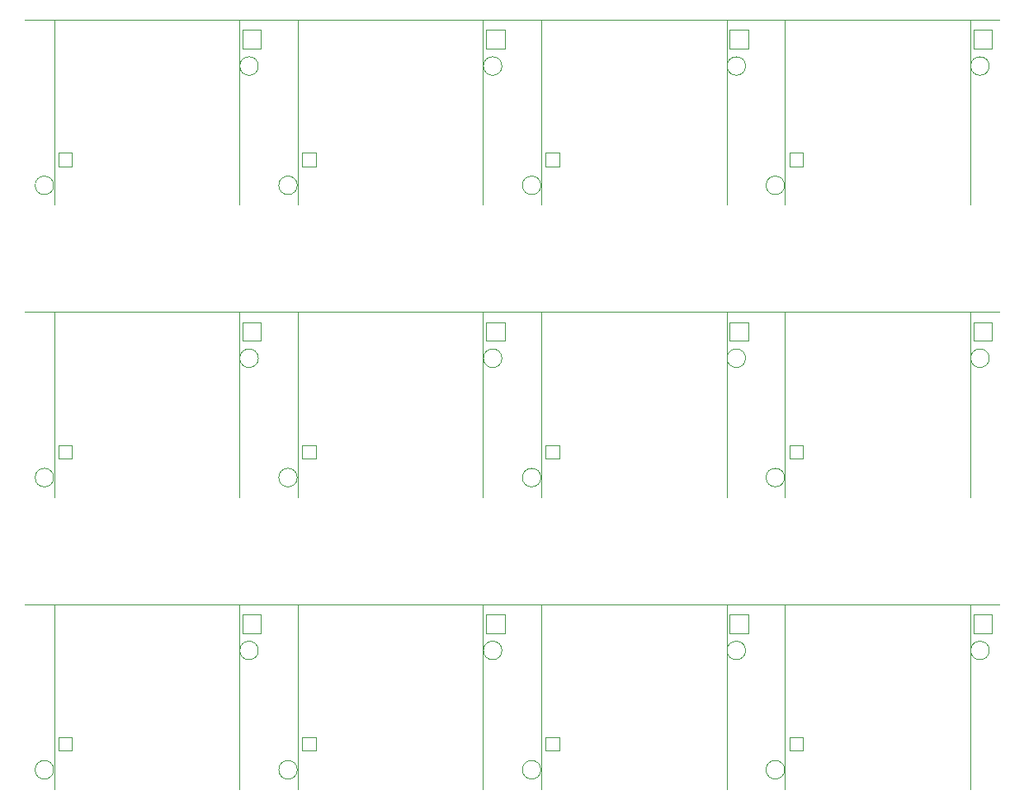
<source format=gto>
G04 #@! TF.GenerationSoftware,KiCad,Pcbnew,(5.0.0-3-g5ebb6b6)*
G04 #@! TF.CreationDate,2018-09-11T22:07:12+09:00*
G04 #@! TF.ProjectId,panelising_topre_pad,70616E656C6973696E675F746F707265,rev?*
G04 #@! TF.SameCoordinates,Original*
G04 #@! TF.FileFunction,Legend,Top*
G04 #@! TF.FilePolarity,Positive*
%FSLAX46Y46*%
G04 Gerber Fmt 4.6, Leading zero omitted, Abs format (unit mm)*
G04 Created by KiCad (PCBNEW (5.0.0-3-g5ebb6b6)) date 2018 September 11, Tuesday 22:07:12*
%MOMM*%
%LPD*%
G01*
G04 APERTURE LIST*
%ADD10C,0.100000*%
%ADD11C,0.120000*%
G04 APERTURE END LIST*
D10*
X74750000Y-94750000D02*
X74750000Y-75750000D01*
X55750000Y-94750000D02*
X55750000Y-75750000D01*
X52750000Y-75750000D02*
X77750000Y-75750000D01*
X99750000Y-94750000D02*
X99750000Y-75750000D01*
X80750000Y-94750000D02*
X80750000Y-75750000D01*
X77750000Y-75750000D02*
X102750000Y-75750000D01*
X124750000Y-94750000D02*
X124750000Y-75750000D01*
X105750000Y-94750000D02*
X105750000Y-75750000D01*
X102750000Y-75750000D02*
X127750000Y-75750000D01*
X74750000Y-124750000D02*
X74750000Y-105750000D01*
X55750000Y-124750000D02*
X55750000Y-105750000D01*
X52750000Y-105750000D02*
X77750000Y-105750000D01*
X99750000Y-124750000D02*
X99750000Y-105750000D01*
X80750000Y-124750000D02*
X80750000Y-105750000D01*
X77750000Y-105750000D02*
X102750000Y-105750000D01*
X124750000Y-124750000D02*
X124750000Y-105750000D01*
X105750000Y-124750000D02*
X105750000Y-105750000D01*
X102750000Y-105750000D02*
X127750000Y-105750000D01*
X149750000Y-94750000D02*
X149750000Y-75750000D01*
X130750000Y-94750000D02*
X130750000Y-75750000D01*
X127750000Y-75750000D02*
X152750000Y-75750000D01*
X149750000Y-124750000D02*
X149750000Y-105750000D01*
X130750000Y-124750000D02*
X130750000Y-105750000D01*
X127750000Y-105750000D02*
X152750000Y-105750000D01*
X74750000Y-154750000D02*
X74750000Y-135750000D01*
X55750000Y-154750000D02*
X55750000Y-135750000D01*
X52750000Y-135750000D02*
X77750000Y-135750000D01*
X99750000Y-154750000D02*
X99750000Y-135750000D01*
X80750000Y-154750000D02*
X80750000Y-135750000D01*
X77750000Y-135750000D02*
X102750000Y-135750000D01*
X124750000Y-154750000D02*
X124750000Y-135750000D01*
X105750000Y-154750000D02*
X105750000Y-135750000D01*
X102750000Y-135750000D02*
X127750000Y-135750000D01*
X149750000Y-154750000D02*
X149750000Y-135750000D01*
X130750000Y-154750000D02*
X130750000Y-135750000D01*
X127750000Y-135750000D02*
X152750000Y-135750000D01*
D11*
G04 #@! TO.C,REF\002A\002A*
X76700000Y-80500000D02*
G75*
G03X76700000Y-80500000I-950000J0D01*
G01*
X55700000Y-92750000D02*
G75*
G03X55700000Y-92750000I-950000J0D01*
G01*
X56200000Y-90800000D02*
X56200000Y-89400000D01*
X57600000Y-90800000D02*
X56200000Y-90800000D01*
X57600000Y-89400000D02*
X57600000Y-90800000D01*
X56200000Y-89400000D02*
X57600000Y-89400000D01*
X75076000Y-78704000D02*
X75076000Y-76804000D01*
X76976000Y-78704000D02*
X75076000Y-78704000D01*
X76976000Y-76804000D02*
X76976000Y-78704000D01*
X75076000Y-76804000D02*
X76976000Y-76804000D01*
X101700000Y-80500000D02*
G75*
G03X101700000Y-80500000I-950000J0D01*
G01*
X80700000Y-92750000D02*
G75*
G03X80700000Y-92750000I-950000J0D01*
G01*
X81200000Y-90800000D02*
X81200000Y-89400000D01*
X82600000Y-90800000D02*
X81200000Y-90800000D01*
X82600000Y-89400000D02*
X82600000Y-90800000D01*
X81200000Y-89400000D02*
X82600000Y-89400000D01*
X100076000Y-78704000D02*
X100076000Y-76804000D01*
X101976000Y-78704000D02*
X100076000Y-78704000D01*
X101976000Y-76804000D02*
X101976000Y-78704000D01*
X100076000Y-76804000D02*
X101976000Y-76804000D01*
X126700000Y-80500000D02*
G75*
G03X126700000Y-80500000I-950000J0D01*
G01*
X105700000Y-92750000D02*
G75*
G03X105700000Y-92750000I-950000J0D01*
G01*
X106200000Y-90800000D02*
X106200000Y-89400000D01*
X107600000Y-90800000D02*
X106200000Y-90800000D01*
X107600000Y-89400000D02*
X107600000Y-90800000D01*
X106200000Y-89400000D02*
X107600000Y-89400000D01*
X125076000Y-78704000D02*
X125076000Y-76804000D01*
X126976000Y-78704000D02*
X125076000Y-78704000D01*
X126976000Y-76804000D02*
X126976000Y-78704000D01*
X125076000Y-76804000D02*
X126976000Y-76804000D01*
X76700000Y-110500000D02*
G75*
G03X76700000Y-110500000I-950000J0D01*
G01*
X55700000Y-122750000D02*
G75*
G03X55700000Y-122750000I-950000J0D01*
G01*
X56200000Y-120800000D02*
X56200000Y-119400000D01*
X57600000Y-120800000D02*
X56200000Y-120800000D01*
X57600000Y-119400000D02*
X57600000Y-120800000D01*
X56200000Y-119400000D02*
X57600000Y-119400000D01*
X75076000Y-108704000D02*
X75076000Y-106804000D01*
X76976000Y-108704000D02*
X75076000Y-108704000D01*
X76976000Y-106804000D02*
X76976000Y-108704000D01*
X75076000Y-106804000D02*
X76976000Y-106804000D01*
X101700000Y-110500000D02*
G75*
G03X101700000Y-110500000I-950000J0D01*
G01*
X80700000Y-122750000D02*
G75*
G03X80700000Y-122750000I-950000J0D01*
G01*
X81200000Y-120800000D02*
X81200000Y-119400000D01*
X82600000Y-120800000D02*
X81200000Y-120800000D01*
X82600000Y-119400000D02*
X82600000Y-120800000D01*
X81200000Y-119400000D02*
X82600000Y-119400000D01*
X100076000Y-108704000D02*
X100076000Y-106804000D01*
X101976000Y-108704000D02*
X100076000Y-108704000D01*
X101976000Y-106804000D02*
X101976000Y-108704000D01*
X100076000Y-106804000D02*
X101976000Y-106804000D01*
X126700000Y-110500000D02*
G75*
G03X126700000Y-110500000I-950000J0D01*
G01*
X105700000Y-122750000D02*
G75*
G03X105700000Y-122750000I-950000J0D01*
G01*
X106200000Y-120800000D02*
X106200000Y-119400000D01*
X107600000Y-120800000D02*
X106200000Y-120800000D01*
X107600000Y-119400000D02*
X107600000Y-120800000D01*
X106200000Y-119400000D02*
X107600000Y-119400000D01*
X125076000Y-108704000D02*
X125076000Y-106804000D01*
X126976000Y-108704000D02*
X125076000Y-108704000D01*
X126976000Y-106804000D02*
X126976000Y-108704000D01*
X125076000Y-106804000D02*
X126976000Y-106804000D01*
X151700000Y-80500000D02*
G75*
G03X151700000Y-80500000I-950000J0D01*
G01*
X130700000Y-92750000D02*
G75*
G03X130700000Y-92750000I-950000J0D01*
G01*
X131200000Y-90800000D02*
X131200000Y-89400000D01*
X132600000Y-90800000D02*
X131200000Y-90800000D01*
X132600000Y-89400000D02*
X132600000Y-90800000D01*
X131200000Y-89400000D02*
X132600000Y-89400000D01*
X150076000Y-78704000D02*
X150076000Y-76804000D01*
X151976000Y-78704000D02*
X150076000Y-78704000D01*
X151976000Y-76804000D02*
X151976000Y-78704000D01*
X150076000Y-76804000D02*
X151976000Y-76804000D01*
X151700000Y-110500000D02*
G75*
G03X151700000Y-110500000I-950000J0D01*
G01*
X130700000Y-122750000D02*
G75*
G03X130700000Y-122750000I-950000J0D01*
G01*
X131200000Y-120800000D02*
X131200000Y-119400000D01*
X132600000Y-120800000D02*
X131200000Y-120800000D01*
X132600000Y-119400000D02*
X132600000Y-120800000D01*
X131200000Y-119400000D02*
X132600000Y-119400000D01*
X150076000Y-108704000D02*
X150076000Y-106804000D01*
X151976000Y-108704000D02*
X150076000Y-108704000D01*
X151976000Y-106804000D02*
X151976000Y-108704000D01*
X150076000Y-106804000D02*
X151976000Y-106804000D01*
X76700000Y-140500000D02*
G75*
G03X76700000Y-140500000I-950000J0D01*
G01*
X55700000Y-152750000D02*
G75*
G03X55700000Y-152750000I-950000J0D01*
G01*
X56200000Y-150800000D02*
X56200000Y-149400000D01*
X57600000Y-150800000D02*
X56200000Y-150800000D01*
X57600000Y-149400000D02*
X57600000Y-150800000D01*
X56200000Y-149400000D02*
X57600000Y-149400000D01*
X75076000Y-138704000D02*
X75076000Y-136804000D01*
X76976000Y-138704000D02*
X75076000Y-138704000D01*
X76976000Y-136804000D02*
X76976000Y-138704000D01*
X75076000Y-136804000D02*
X76976000Y-136804000D01*
X101700000Y-140500000D02*
G75*
G03X101700000Y-140500000I-950000J0D01*
G01*
X80700000Y-152750000D02*
G75*
G03X80700000Y-152750000I-950000J0D01*
G01*
X81200000Y-150800000D02*
X81200000Y-149400000D01*
X82600000Y-150800000D02*
X81200000Y-150800000D01*
X82600000Y-149400000D02*
X82600000Y-150800000D01*
X81200000Y-149400000D02*
X82600000Y-149400000D01*
X100076000Y-138704000D02*
X100076000Y-136804000D01*
X101976000Y-138704000D02*
X100076000Y-138704000D01*
X101976000Y-136804000D02*
X101976000Y-138704000D01*
X100076000Y-136804000D02*
X101976000Y-136804000D01*
X126700000Y-140500000D02*
G75*
G03X126700000Y-140500000I-950000J0D01*
G01*
X105700000Y-152750000D02*
G75*
G03X105700000Y-152750000I-950000J0D01*
G01*
X106200000Y-150800000D02*
X106200000Y-149400000D01*
X107600000Y-150800000D02*
X106200000Y-150800000D01*
X107600000Y-149400000D02*
X107600000Y-150800000D01*
X106200000Y-149400000D02*
X107600000Y-149400000D01*
X125076000Y-138704000D02*
X125076000Y-136804000D01*
X126976000Y-138704000D02*
X125076000Y-138704000D01*
X126976000Y-136804000D02*
X126976000Y-138704000D01*
X125076000Y-136804000D02*
X126976000Y-136804000D01*
X151700000Y-140500000D02*
G75*
G03X151700000Y-140500000I-950000J0D01*
G01*
X130700000Y-152750000D02*
G75*
G03X130700000Y-152750000I-950000J0D01*
G01*
X131200000Y-150800000D02*
X131200000Y-149400000D01*
X132600000Y-150800000D02*
X131200000Y-150800000D01*
X132600000Y-149400000D02*
X132600000Y-150800000D01*
X131200000Y-149400000D02*
X132600000Y-149400000D01*
X150076000Y-138704000D02*
X150076000Y-136804000D01*
X151976000Y-138704000D02*
X150076000Y-138704000D01*
X151976000Y-136804000D02*
X151976000Y-138704000D01*
X150076000Y-136804000D02*
X151976000Y-136804000D01*
G04 #@! TD*
M02*

</source>
